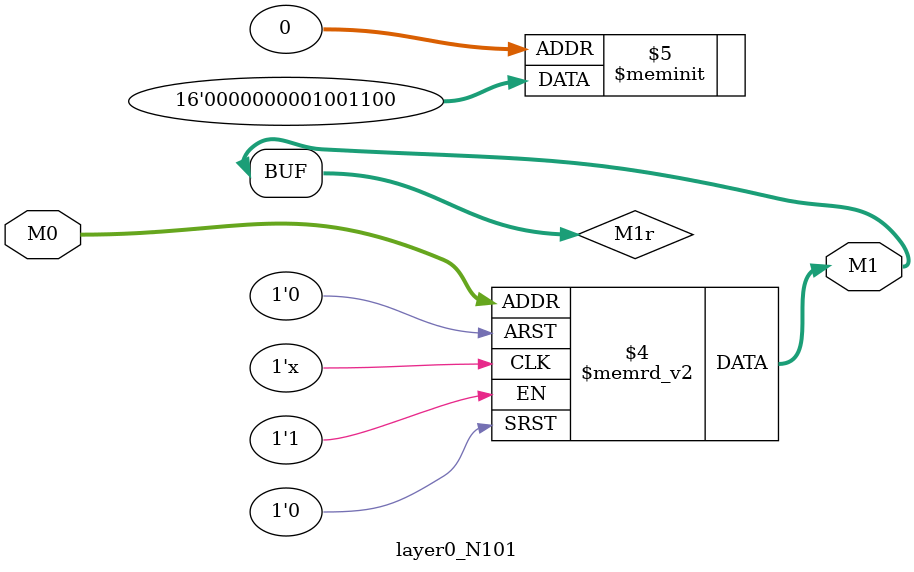
<source format=v>
module layer0_N101 ( input [2:0] M0, output [1:0] M1 );

	(*rom_style = "distributed" *) reg [1:0] M1r;
	assign M1 = M1r;
	always @ (M0) begin
		case (M0)
			3'b000: M1r = 2'b00;
			3'b100: M1r = 2'b00;
			3'b010: M1r = 2'b00;
			3'b110: M1r = 2'b00;
			3'b001: M1r = 2'b11;
			3'b101: M1r = 2'b00;
			3'b011: M1r = 2'b01;
			3'b111: M1r = 2'b00;

		endcase
	end
endmodule

</source>
